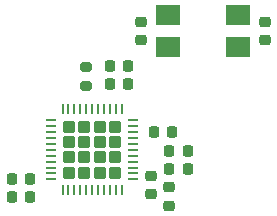
<source format=gbr>
%TF.GenerationSoftware,KiCad,Pcbnew,(6.0.0)*%
%TF.CreationDate,2022-03-17T17:23:03-06:00*%
%TF.ProjectId,FPAA_Starter_Board,46504141-5f53-4746-9172-7465725f426f,rev?*%
%TF.SameCoordinates,Original*%
%TF.FileFunction,Paste,Top*%
%TF.FilePolarity,Positive*%
%FSLAX46Y46*%
G04 Gerber Fmt 4.6, Leading zero omitted, Abs format (unit mm)*
G04 Created by KiCad (PCBNEW (6.0.0)) date 2022-03-17 17:23:03*
%MOMM*%
%LPD*%
G01*
G04 APERTURE LIST*
G04 Aperture macros list*
%AMRoundRect*
0 Rectangle with rounded corners*
0 $1 Rounding radius*
0 $2 $3 $4 $5 $6 $7 $8 $9 X,Y pos of 4 corners*
0 Add a 4 corners polygon primitive as box body*
4,1,4,$2,$3,$4,$5,$6,$7,$8,$9,$2,$3,0*
0 Add four circle primitives for the rounded corners*
1,1,$1+$1,$2,$3*
1,1,$1+$1,$4,$5*
1,1,$1+$1,$6,$7*
1,1,$1+$1,$8,$9*
0 Add four rect primitives between the rounded corners*
20,1,$1+$1,$2,$3,$4,$5,0*
20,1,$1+$1,$4,$5,$6,$7,0*
20,1,$1+$1,$6,$7,$8,$9,0*
20,1,$1+$1,$8,$9,$2,$3,0*%
G04 Aperture macros list end*
%ADD10RoundRect,0.225000X-0.225000X-0.250000X0.225000X-0.250000X0.225000X0.250000X-0.225000X0.250000X0*%
%ADD11RoundRect,0.225000X-0.250000X0.225000X-0.250000X-0.225000X0.250000X-0.225000X0.250000X0.225000X0*%
%ADD12RoundRect,0.225000X0.225000X0.250000X-0.225000X0.250000X-0.225000X-0.250000X0.225000X-0.250000X0*%
%ADD13RoundRect,0.225000X0.250000X-0.225000X0.250000X0.225000X-0.250000X0.225000X-0.250000X-0.225000X0*%
%ADD14R,2.100000X1.700000*%
%ADD15RoundRect,0.200000X-0.275000X0.200000X-0.275000X-0.200000X0.275000X-0.200000X0.275000X0.200000X0*%
%ADD16RoundRect,0.250000X-0.270000X-0.270000X0.270000X-0.270000X0.270000X0.270000X-0.270000X0.270000X0*%
%ADD17RoundRect,0.062500X-0.375000X-0.062500X0.375000X-0.062500X0.375000X0.062500X-0.375000X0.062500X0*%
%ADD18RoundRect,0.062500X-0.062500X-0.375000X0.062500X-0.375000X0.062500X0.375000X-0.062500X0.375000X0*%
G04 APERTURE END LIST*
D10*
%TO.C,C1*%
X128275000Y-106550000D03*
X129825000Y-106550000D03*
%TD*%
D11*
%TO.C,C8*%
X128050000Y-110250000D03*
X128050000Y-111800000D03*
%TD*%
D10*
%TO.C,C3*%
X129575000Y-109625000D03*
X131125000Y-109625000D03*
%TD*%
D11*
%TO.C,C9*%
X129575000Y-111200000D03*
X129575000Y-112750000D03*
%TD*%
D12*
%TO.C,C7*%
X117800000Y-112010000D03*
X116250000Y-112010000D03*
%TD*%
D10*
%TO.C,C4*%
X124535000Y-102460000D03*
X126085000Y-102460000D03*
%TD*%
D12*
%TO.C,C6*%
X117800000Y-110510000D03*
X116250000Y-110510000D03*
%TD*%
D10*
%TO.C,C5*%
X124535000Y-100910000D03*
X126085000Y-100910000D03*
%TD*%
D13*
%TO.C,C10*%
X137700000Y-98750000D03*
X137700000Y-97200000D03*
%TD*%
D14*
%TO.C,Y1*%
X135400000Y-96625000D03*
X129500000Y-96625000D03*
X129500000Y-99325000D03*
X135400000Y-99325000D03*
%TD*%
D10*
%TO.C,C2*%
X129575000Y-108100000D03*
X131125000Y-108100000D03*
%TD*%
D15*
%TO.C,R1*%
X122500000Y-101000000D03*
X122500000Y-102650000D03*
%TD*%
D13*
%TO.C,C11*%
X127200000Y-98750000D03*
X127200000Y-97200000D03*
%TD*%
D16*
%TO.C,U1*%
X124970000Y-107390000D03*
X124970000Y-106100000D03*
X122390000Y-107390000D03*
X123680000Y-109970000D03*
X123680000Y-106100000D03*
X121100000Y-109970000D03*
X122390000Y-109970000D03*
X122390000Y-108680000D03*
X122390000Y-106100000D03*
X121100000Y-106100000D03*
X123680000Y-108680000D03*
X124970000Y-108680000D03*
X124970000Y-109970000D03*
X123680000Y-107390000D03*
X121100000Y-107390000D03*
X121100000Y-108680000D03*
D17*
X119597500Y-105535000D03*
X119597500Y-106035000D03*
X119597500Y-106535000D03*
X119597500Y-107035000D03*
X119597500Y-107535000D03*
X119597500Y-108035000D03*
X119597500Y-108535000D03*
X119597500Y-109035000D03*
X119597500Y-109535000D03*
X119597500Y-110035000D03*
X119597500Y-110535000D03*
D18*
X120535000Y-111472500D03*
X121035000Y-111472500D03*
X121535000Y-111472500D03*
X122035000Y-111472500D03*
X122535000Y-111472500D03*
X123035000Y-111472500D03*
X123535000Y-111472500D03*
X124035000Y-111472500D03*
X124535000Y-111472500D03*
X125035000Y-111472500D03*
X125535000Y-111472500D03*
D17*
X126472500Y-110535000D03*
X126472500Y-110035000D03*
X126472500Y-109535000D03*
X126472500Y-109035000D03*
X126472500Y-108535000D03*
X126472500Y-108035000D03*
X126472500Y-107535000D03*
X126472500Y-107035000D03*
X126472500Y-106535000D03*
X126472500Y-106035000D03*
X126472500Y-105535000D03*
D18*
X125535000Y-104597500D03*
X125035000Y-104597500D03*
X124535000Y-104597500D03*
X124035000Y-104597500D03*
X123535000Y-104597500D03*
X123035000Y-104597500D03*
X122535000Y-104597500D03*
X122035000Y-104597500D03*
X121535000Y-104597500D03*
X121035000Y-104597500D03*
X120535000Y-104597500D03*
%TD*%
M02*

</source>
